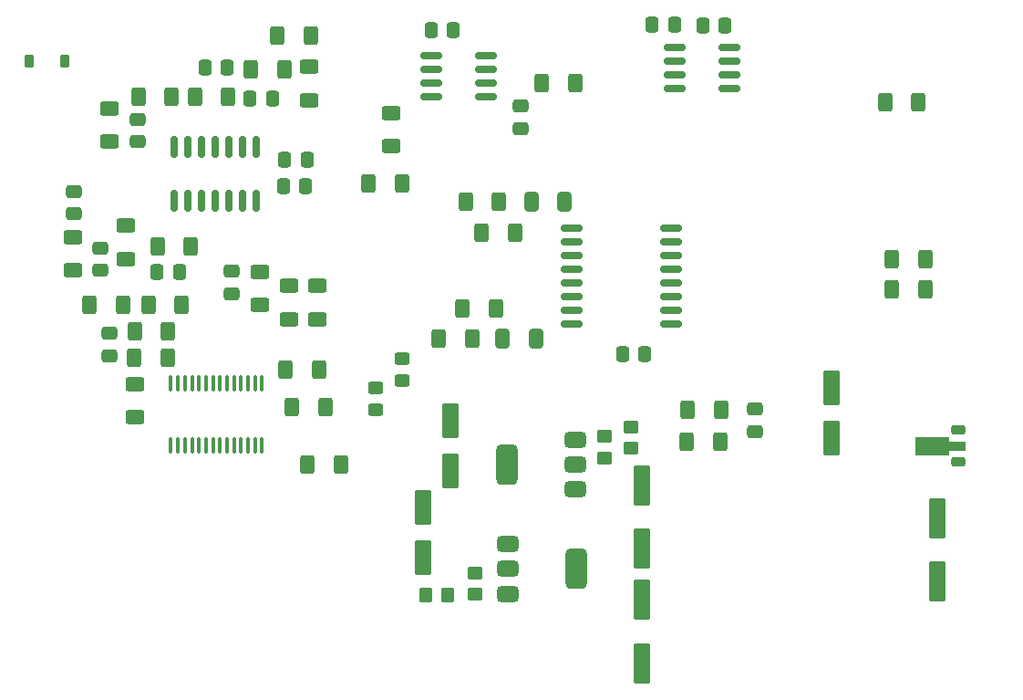
<source format=gbr>
%TF.GenerationSoftware,KiCad,Pcbnew,9.0.5*%
%TF.CreationDate,2025-11-16T19:00:17+01:00*%
%TF.ProjectId,OSCAR_Audio,4f534341-525f-4417-9564-696f2e6b6963,rev?*%
%TF.SameCoordinates,Original*%
%TF.FileFunction,Paste,Bot*%
%TF.FilePolarity,Positive*%
%FSLAX46Y46*%
G04 Gerber Fmt 4.6, Leading zero omitted, Abs format (unit mm)*
G04 Created by KiCad (PCBNEW 9.0.5) date 2025-11-16 19:00:17*
%MOMM*%
%LPD*%
G01*
G04 APERTURE LIST*
G04 Aperture macros list*
%AMRoundRect*
0 Rectangle with rounded corners*
0 $1 Rounding radius*
0 $2 $3 $4 $5 $6 $7 $8 $9 X,Y pos of 4 corners*
0 Add a 4 corners polygon primitive as box body*
4,1,4,$2,$3,$4,$5,$6,$7,$8,$9,$2,$3,0*
0 Add four circle primitives for the rounded corners*
1,1,$1+$1,$2,$3*
1,1,$1+$1,$4,$5*
1,1,$1+$1,$6,$7*
1,1,$1+$1,$8,$9*
0 Add four rect primitives between the rounded corners*
20,1,$1+$1,$2,$3,$4,$5,0*
20,1,$1+$1,$4,$5,$6,$7,0*
20,1,$1+$1,$6,$7,$8,$9,0*
20,1,$1+$1,$8,$9,$2,$3,0*%
%AMFreePoly0*
4,1,9,3.862500,-0.866500,0.737500,-0.866500,0.737500,-0.450000,-0.737500,-0.450000,-0.737500,0.450000,0.737500,0.450000,0.737500,0.866500,3.862500,0.866500,3.862500,-0.866500,3.862500,-0.866500,$1*%
G04 Aperture macros list end*
%ADD10RoundRect,0.250000X-0.550000X1.625000X-0.550000X-1.625000X0.550000X-1.625000X0.550000X1.625000X0*%
%ADD11RoundRect,0.250000X-0.337500X-0.475000X0.337500X-0.475000X0.337500X0.475000X-0.337500X0.475000X0*%
%ADD12RoundRect,0.250000X-0.625000X0.400000X-0.625000X-0.400000X0.625000X-0.400000X0.625000X0.400000X0*%
%ADD13RoundRect,0.250000X-0.400000X-0.625000X0.400000X-0.625000X0.400000X0.625000X-0.400000X0.625000X0*%
%ADD14RoundRect,0.250000X0.337500X0.475000X-0.337500X0.475000X-0.337500X-0.475000X0.337500X-0.475000X0*%
%ADD15RoundRect,0.250000X0.625000X-0.400000X0.625000X0.400000X-0.625000X0.400000X-0.625000X-0.400000X0*%
%ADD16RoundRect,0.250000X-0.475000X0.337500X-0.475000X-0.337500X0.475000X-0.337500X0.475000X0.337500X0*%
%ADD17RoundRect,0.150000X0.150000X-0.825000X0.150000X0.825000X-0.150000X0.825000X-0.150000X-0.825000X0*%
%ADD18RoundRect,0.250000X0.450000X-0.350000X0.450000X0.350000X-0.450000X0.350000X-0.450000X-0.350000X0*%
%ADD19RoundRect,0.250000X0.400000X0.625000X-0.400000X0.625000X-0.400000X-0.625000X0.400000X-0.625000X0*%
%ADD20RoundRect,0.375000X-0.625000X-0.375000X0.625000X-0.375000X0.625000X0.375000X-0.625000X0.375000X0*%
%ADD21RoundRect,0.500000X-0.500000X-1.400000X0.500000X-1.400000X0.500000X1.400000X-0.500000X1.400000X0*%
%ADD22RoundRect,0.250000X-0.550000X1.375000X-0.550000X-1.375000X0.550000X-1.375000X0.550000X1.375000X0*%
%ADD23RoundRect,0.225000X0.425000X0.225000X-0.425000X0.225000X-0.425000X-0.225000X0.425000X-0.225000X0*%
%ADD24FreePoly0,180.000000*%
%ADD25RoundRect,0.100000X0.100000X-0.637500X0.100000X0.637500X-0.100000X0.637500X-0.100000X-0.637500X0*%
%ADD26RoundRect,0.250000X0.475000X-0.337500X0.475000X0.337500X-0.475000X0.337500X-0.475000X-0.337500X0*%
%ADD27RoundRect,0.225000X-0.225000X-0.375000X0.225000X-0.375000X0.225000X0.375000X-0.225000X0.375000X0*%
%ADD28RoundRect,0.250000X-0.450000X0.350000X-0.450000X-0.350000X0.450000X-0.350000X0.450000X0.350000X0*%
%ADD29RoundRect,0.150000X0.875000X0.150000X-0.875000X0.150000X-0.875000X-0.150000X0.875000X-0.150000X0*%
%ADD30RoundRect,0.375000X0.625000X0.375000X-0.625000X0.375000X-0.625000X-0.375000X0.625000X-0.375000X0*%
%ADD31RoundRect,0.500000X0.500000X1.400000X-0.500000X1.400000X-0.500000X-1.400000X0.500000X-1.400000X0*%
%ADD32RoundRect,0.162500X-0.825000X-0.162500X0.825000X-0.162500X0.825000X0.162500X-0.825000X0.162500X0*%
%ADD33RoundRect,0.250000X-0.350000X-0.450000X0.350000X-0.450000X0.350000X0.450000X-0.350000X0.450000X0*%
%ADD34RoundRect,0.250000X0.450000X-0.325000X0.450000X0.325000X-0.450000X0.325000X-0.450000X-0.325000X0*%
%ADD35RoundRect,0.162500X0.825000X0.162500X-0.825000X0.162500X-0.825000X-0.162500X0.825000X-0.162500X0*%
%ADD36RoundRect,0.250000X0.412500X0.650000X-0.412500X0.650000X-0.412500X-0.650000X0.412500X-0.650000X0*%
G04 APERTURE END LIST*
D10*
%TO.C,C30*%
X171380000Y-122465000D03*
X171380000Y-128315000D03*
%TD*%
D11*
%TO.C,C21*%
X177032500Y-69150000D03*
X179107500Y-69150000D03*
%TD*%
D12*
%TO.C,R23*%
X124280000Y-102400000D03*
X124280000Y-105500000D03*
%TD*%
D13*
%TO.C,R3*%
X154990000Y-85470000D03*
X158090000Y-85470000D03*
%TD*%
D14*
%TO.C,C10*%
X128407500Y-92010000D03*
X126332500Y-92010000D03*
%TD*%
D15*
%TO.C,R32*%
X123400000Y-90800000D03*
X123400000Y-87700000D03*
%TD*%
D16*
%TO.C,C20*%
X124550000Y-77862500D03*
X124550000Y-79937500D03*
%TD*%
D17*
%TO.C,U2*%
X135540000Y-85382500D03*
X134270000Y-85382500D03*
X133000000Y-85382500D03*
X131730000Y-85382500D03*
X130460000Y-85382500D03*
X129190000Y-85382500D03*
X127920000Y-85382500D03*
X127920000Y-80432500D03*
X129190000Y-80432500D03*
X130460000Y-80432500D03*
X131730000Y-80432500D03*
X133000000Y-80432500D03*
X134270000Y-80432500D03*
X135540000Y-80432500D03*
%TD*%
D15*
%TO.C,R4*%
X138570000Y-96410000D03*
X138570000Y-93310000D03*
%TD*%
D18*
%TO.C,R45*%
X167920000Y-109260000D03*
X167920000Y-107260000D03*
%TD*%
D13*
%TO.C,R19*%
X146000000Y-83800000D03*
X149100000Y-83800000D03*
%TD*%
%TO.C,R50*%
X175520000Y-107810000D03*
X178620000Y-107810000D03*
%TD*%
%TO.C,R30*%
X137520000Y-70070000D03*
X140620000Y-70070000D03*
%TD*%
D14*
%TO.C,C26*%
X140257500Y-81640000D03*
X138182500Y-81640000D03*
%TD*%
D19*
%TO.C,R16*%
X138130000Y-73200000D03*
X135030000Y-73200000D03*
%TD*%
%TO.C,R21*%
X127330000Y-100020000D03*
X124230000Y-100020000D03*
%TD*%
D13*
%TO.C,R18*%
X194570000Y-93640000D03*
X197670000Y-93640000D03*
%TD*%
D20*
%TO.C,U7*%
X158930000Y-121880000D03*
X158930000Y-119580000D03*
D21*
X165230000Y-119580000D03*
D20*
X158930000Y-117280000D03*
%TD*%
D11*
%TO.C,C13*%
X134992500Y-75910000D03*
X137067500Y-75910000D03*
%TD*%
D13*
%TO.C,R38*%
X138840000Y-104520000D03*
X141940000Y-104520000D03*
%TD*%
D12*
%TO.C,R15*%
X140480000Y-73000000D03*
X140480000Y-76100000D03*
%TD*%
D22*
%TO.C,C28*%
X153560000Y-105840000D03*
X153560000Y-110490000D03*
%TD*%
D15*
%TO.C,R27*%
X118530000Y-91880000D03*
X118530000Y-88780000D03*
%TD*%
D19*
%TO.C,R33*%
X159580000Y-88410000D03*
X156480000Y-88410000D03*
%TD*%
D23*
%TO.C,U8*%
X200770000Y-106670000D03*
D24*
X200682500Y-108170000D03*
D23*
X200770000Y-109670000D03*
%TD*%
D13*
%TO.C,R11*%
X126380000Y-89690000D03*
X129480000Y-89690000D03*
%TD*%
D14*
%TO.C,C24*%
X174377500Y-69090000D03*
X172302500Y-69090000D03*
%TD*%
D19*
%TO.C,R17*%
X127370000Y-97560000D03*
X124270000Y-97560000D03*
%TD*%
D18*
%TO.C,R48*%
X155900000Y-121930000D03*
X155900000Y-119930000D03*
%TD*%
D11*
%TO.C,C22*%
X151772500Y-69560000D03*
X153847500Y-69560000D03*
%TD*%
D16*
%TO.C,C1*%
X133290000Y-91942500D03*
X133290000Y-94017500D03*
%TD*%
D25*
%TO.C,U3*%
X136080000Y-108080000D03*
X135430000Y-108080000D03*
X134780000Y-108080000D03*
X134130000Y-108080000D03*
X133480000Y-108080000D03*
X132830000Y-108080000D03*
X132180000Y-108080000D03*
X131530000Y-108080000D03*
X130880000Y-108080000D03*
X130230000Y-108080000D03*
X129580000Y-108080000D03*
X128930000Y-108080000D03*
X128280000Y-108080000D03*
X127630000Y-108080000D03*
X127630000Y-102355000D03*
X128280000Y-102355000D03*
X128930000Y-102355000D03*
X129580000Y-102355000D03*
X130230000Y-102355000D03*
X130880000Y-102355000D03*
X131530000Y-102355000D03*
X132180000Y-102355000D03*
X132830000Y-102355000D03*
X133480000Y-102355000D03*
X134130000Y-102355000D03*
X134780000Y-102355000D03*
X135430000Y-102355000D03*
X136080000Y-102355000D03*
%TD*%
D13*
%TO.C,R49*%
X175590000Y-104840000D03*
X178690000Y-104840000D03*
%TD*%
D26*
%TO.C,C25*%
X160130000Y-78707500D03*
X160130000Y-76632500D03*
%TD*%
D10*
%TO.C,C38*%
X198760000Y-114880000D03*
X198760000Y-120730000D03*
%TD*%
D27*
%TO.C,D1*%
X114470000Y-72500000D03*
X117770000Y-72500000D03*
%TD*%
D13*
%TO.C,R37*%
X138270000Y-101120000D03*
X141370000Y-101120000D03*
%TD*%
D16*
%TO.C,C17*%
X118580000Y-84565000D03*
X118580000Y-86640000D03*
%TD*%
D13*
%TO.C,R29*%
X194570000Y-90830000D03*
X197670000Y-90830000D03*
%TD*%
D26*
%TO.C,C14*%
X121890000Y-99807500D03*
X121890000Y-97732500D03*
%TD*%
D28*
%TO.C,R46*%
X170310000Y-106410000D03*
X170310000Y-108410000D03*
%TD*%
D11*
%TO.C,C16*%
X130772500Y-73080000D03*
X132847500Y-73080000D03*
%TD*%
D13*
%TO.C,R31*%
X124610000Y-75740000D03*
X127710000Y-75740000D03*
%TD*%
D29*
%TO.C,U5*%
X174100000Y-87980000D03*
X174100000Y-89250000D03*
X174100000Y-90520000D03*
X174100000Y-91790000D03*
X174100000Y-93060000D03*
X174100000Y-94330000D03*
X174100000Y-95600000D03*
X174100000Y-96870000D03*
X164800000Y-96870000D03*
X164800000Y-95600000D03*
X164800000Y-94330000D03*
X164800000Y-93060000D03*
X164800000Y-91790000D03*
X164800000Y-90520000D03*
X164800000Y-89250000D03*
X164800000Y-87980000D03*
%TD*%
D30*
%TO.C,U6*%
X165170000Y-107592500D03*
X165170000Y-109892500D03*
D31*
X158870000Y-109892500D03*
D30*
X165170000Y-112192500D03*
%TD*%
D19*
%TO.C,R22*%
X157800000Y-95430000D03*
X154700000Y-95430000D03*
%TD*%
D32*
%TO.C,U1*%
X174375000Y-75040000D03*
X174375000Y-73770000D03*
X174375000Y-72500000D03*
X174375000Y-71230000D03*
X179450000Y-71230000D03*
X179450000Y-72500000D03*
X179450000Y-73770000D03*
X179450000Y-75040000D03*
%TD*%
D33*
%TO.C,R47*%
X151330000Y-121990000D03*
X153330000Y-121990000D03*
%TD*%
D12*
%TO.C,R35*%
X121920000Y-76840000D03*
X121920000Y-79940000D03*
%TD*%
D11*
%TO.C,C42*%
X169582500Y-99610000D03*
X171657500Y-99610000D03*
%TD*%
D13*
%TO.C,R7*%
X193940000Y-76250000D03*
X197040000Y-76250000D03*
%TD*%
D34*
%TO.C,FB4*%
X146630000Y-104795000D03*
X146630000Y-102745000D03*
%TD*%
D19*
%TO.C,R26*%
X123170000Y-95090000D03*
X120070000Y-95090000D03*
%TD*%
D16*
%TO.C,C45*%
X181900000Y-104742500D03*
X181900000Y-106817500D03*
%TD*%
D22*
%TO.C,C31*%
X151020000Y-113905000D03*
X151020000Y-118555000D03*
%TD*%
D13*
%TO.C,R20*%
X129840000Y-75760000D03*
X132940000Y-75760000D03*
%TD*%
D19*
%TO.C,R28*%
X128630000Y-95110000D03*
X125530000Y-95110000D03*
%TD*%
D13*
%TO.C,R25*%
X162080000Y-74540000D03*
X165180000Y-74540000D03*
%TD*%
D22*
%TO.C,C37*%
X188940000Y-102770000D03*
X188940000Y-107420000D03*
%TD*%
D35*
%TO.C,U4*%
X156867500Y-71945000D03*
X156867500Y-73215000D03*
X156867500Y-74485000D03*
X156867500Y-75755000D03*
X151792500Y-75755000D03*
X151792500Y-74485000D03*
X151792500Y-73215000D03*
X151792500Y-71945000D03*
%TD*%
D15*
%TO.C,R1*%
X135890000Y-95090000D03*
X135890000Y-91990000D03*
%TD*%
D34*
%TO.C,FB2*%
X149130000Y-102095000D03*
X149130000Y-100045000D03*
%TD*%
D12*
%TO.C,R36*%
X148050000Y-77280000D03*
X148050000Y-80380000D03*
%TD*%
D13*
%TO.C,R9*%
X152490000Y-98250000D03*
X155590000Y-98250000D03*
%TD*%
D15*
%TO.C,R8*%
X141240000Y-96410000D03*
X141240000Y-93310000D03*
%TD*%
D10*
%TO.C,C27*%
X171340000Y-111870000D03*
X171340000Y-117720000D03*
%TD*%
D36*
%TO.C,C8*%
X161512500Y-98240000D03*
X158387500Y-98240000D03*
%TD*%
D26*
%TO.C,C18*%
X121040000Y-91900000D03*
X121040000Y-89825000D03*
%TD*%
D13*
%TO.C,R39*%
X140320000Y-109860000D03*
X143420000Y-109860000D03*
%TD*%
D36*
%TO.C,C3*%
X164202500Y-85500000D03*
X161077500Y-85500000D03*
%TD*%
D11*
%TO.C,C23*%
X138082500Y-84070000D03*
X140157500Y-84070000D03*
%TD*%
M02*

</source>
